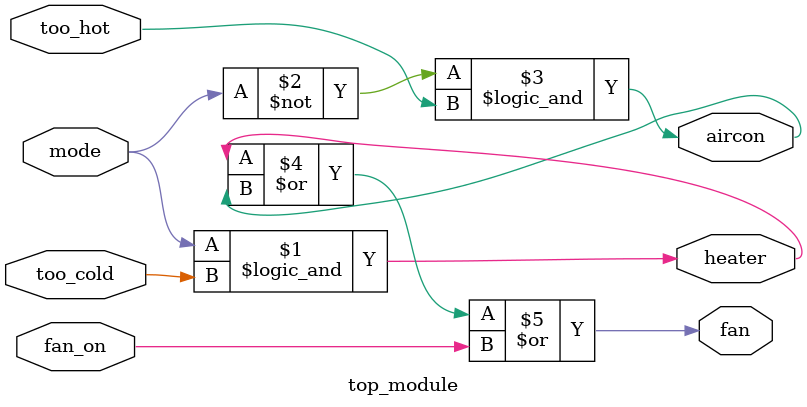
<source format=v>
module top_module (
    input too_cold,
    input too_hot,
    input mode,
    input fan_on,
    output heater,
    output aircon,
    output fan
); 
    assign heater = mode&&too_cold;
    assign aircon = ~mode&&too_hot;
    assign fan = (heater|aircon)|fan_on;
    
endmodule

</source>
